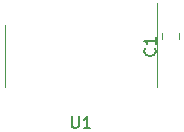
<source format=gbr>
%TF.GenerationSoftware,KiCad,Pcbnew,(5.1.6-0-10_14)*%
%TF.CreationDate,2021-01-18T11:29:05-08:00*%
%TF.ProjectId,lv3273_shield,6c763332-3733-45f7-9368-69656c642e6b,rev?*%
%TF.SameCoordinates,Original*%
%TF.FileFunction,Legend,Top*%
%TF.FilePolarity,Positive*%
%FSLAX46Y46*%
G04 Gerber Fmt 4.6, Leading zero omitted, Abs format (unit mm)*
G04 Created by KiCad (PCBNEW (5.1.6-0-10_14)) date 2021-01-18 11:29:05*
%MOMM*%
%LPD*%
G01*
G04 APERTURE LIST*
%ADD10C,0.120000*%
%ADD11C,0.150000*%
G04 APERTURE END LIST*
D10*
%TO.C,U1*%
X102510000Y-80700000D02*
X102510000Y-76250000D01*
X102510000Y-80700000D02*
X102510000Y-83350000D01*
X89690000Y-80700000D02*
X89690000Y-78050000D01*
X89690000Y-80700000D02*
X89690000Y-83350000D01*
%TO.C,C1*%
X102990000Y-78741422D02*
X102990000Y-79258578D01*
X104410000Y-78741422D02*
X104410000Y-79258578D01*
%TO.C,U1*%
D11*
X95338095Y-85802380D02*
X95338095Y-86611904D01*
X95385714Y-86707142D01*
X95433333Y-86754761D01*
X95528571Y-86802380D01*
X95719047Y-86802380D01*
X95814285Y-86754761D01*
X95861904Y-86707142D01*
X95909523Y-86611904D01*
X95909523Y-85802380D01*
X96909523Y-86802380D02*
X96338095Y-86802380D01*
X96623809Y-86802380D02*
X96623809Y-85802380D01*
X96528571Y-85945238D01*
X96433333Y-86040476D01*
X96338095Y-86088095D01*
%TO.C,C1*%
X102357142Y-80066666D02*
X102404761Y-80114285D01*
X102452380Y-80257142D01*
X102452380Y-80352380D01*
X102404761Y-80495238D01*
X102309523Y-80590476D01*
X102214285Y-80638095D01*
X102023809Y-80685714D01*
X101880952Y-80685714D01*
X101690476Y-80638095D01*
X101595238Y-80590476D01*
X101500000Y-80495238D01*
X101452380Y-80352380D01*
X101452380Y-80257142D01*
X101500000Y-80114285D01*
X101547619Y-80066666D01*
X102452380Y-79114285D02*
X102452380Y-79685714D01*
X102452380Y-79400000D02*
X101452380Y-79400000D01*
X101595238Y-79495238D01*
X101690476Y-79590476D01*
X101738095Y-79685714D01*
%TD*%
M02*

</source>
